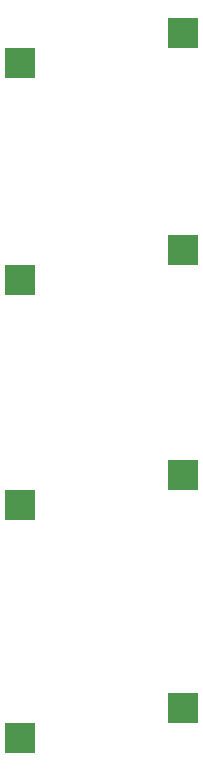
<source format=gbr>
%TF.GenerationSoftware,KiCad,Pcbnew,6.0.0-d3dd2cf0fa~116~ubuntu21.10.1*%
%TF.CreationDate,2021-12-31T19:25:48-08:00*%
%TF.ProjectId,macropad-test1,6d616372-6f70-4616-942d-74657374312e,rev?*%
%TF.SameCoordinates,Original*%
%TF.FileFunction,Paste,Bot*%
%TF.FilePolarity,Positive*%
%FSLAX46Y46*%
G04 Gerber Fmt 4.6, Leading zero omitted, Abs format (unit mm)*
G04 Created by KiCad (PCBNEW 6.0.0-d3dd2cf0fa~116~ubuntu21.10.1) date 2021-12-31 19:25:48*
%MOMM*%
%LPD*%
G01*
G04 APERTURE LIST*
%ADD10R,2.550000X2.500000*%
G04 APERTURE END LIST*
D10*
%TO.C,SW1*%
X51290000Y-37920000D03*
X37440000Y-40460000D03*
%TD*%
%TO.C,SW2*%
X51290000Y-56335000D03*
X37440000Y-58875000D03*
%TD*%
%TO.C,SW3*%
X51290000Y-75385000D03*
X37440000Y-77925000D03*
%TD*%
%TO.C,SW4*%
X51290000Y-95070000D03*
X37440000Y-97610000D03*
%TD*%
M02*

</source>
